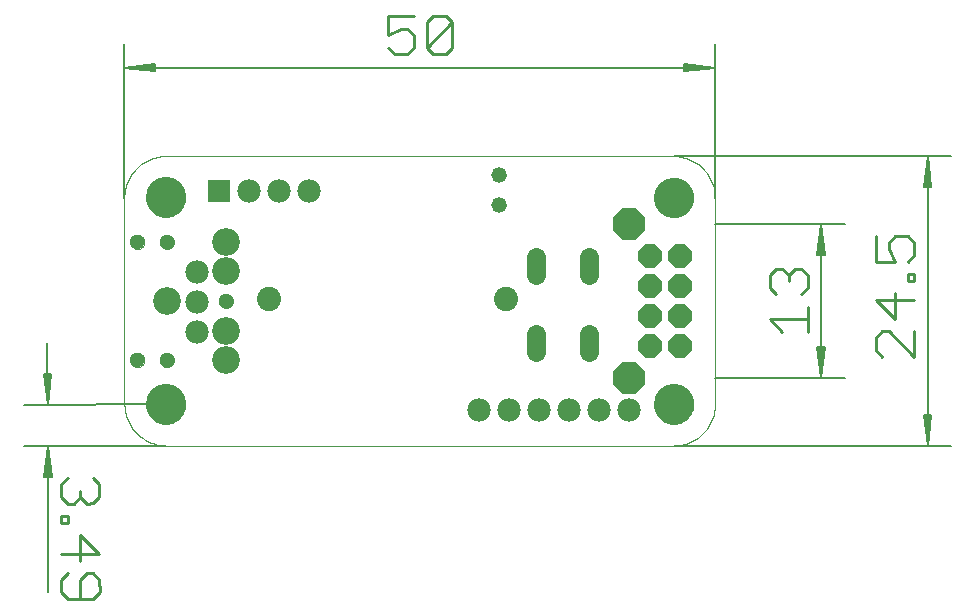
<source format=gbs>
G75*
G70*
%OFA0B0*%
%FSLAX24Y24*%
%IPPOS*%
%LPD*%
%AMOC8*
5,1,8,0,0,1.08239X$1,22.5*
%
%ADD10C,0.0000*%
%ADD11C,0.0051*%
%ADD12C,0.0110*%
%ADD13C,0.0926*%
%ADD14C,0.0512*%
%ADD15OC8,0.0780*%
%ADD16C,0.0808*%
%ADD17C,0.0520*%
%ADD18R,0.0780X0.0780*%
%ADD19C,0.0780*%
%ADD20C,0.0631*%
%ADD21C,0.1340*%
%ADD22OC8,0.1040*%
D10*
X004848Y006033D02*
X004851Y006033D01*
X021780Y006033D01*
X021784Y006033D01*
X021134Y007407D02*
X021136Y007457D01*
X021142Y007507D01*
X021152Y007557D01*
X021165Y007605D01*
X021182Y007653D01*
X021203Y007699D01*
X021227Y007743D01*
X021255Y007785D01*
X021286Y007825D01*
X021320Y007862D01*
X021357Y007897D01*
X021396Y007928D01*
X021437Y007957D01*
X021481Y007982D01*
X021527Y008004D01*
X021574Y008022D01*
X021622Y008036D01*
X021671Y008047D01*
X021721Y008054D01*
X021771Y008057D01*
X021822Y008056D01*
X021872Y008051D01*
X021922Y008042D01*
X021970Y008030D01*
X022018Y008013D01*
X022064Y007993D01*
X022109Y007970D01*
X022152Y007943D01*
X022192Y007913D01*
X022230Y007880D01*
X022265Y007844D01*
X022298Y007805D01*
X022327Y007764D01*
X022353Y007721D01*
X022376Y007676D01*
X022395Y007629D01*
X022410Y007581D01*
X022422Y007532D01*
X022430Y007482D01*
X022434Y007432D01*
X022434Y007382D01*
X022430Y007332D01*
X022422Y007282D01*
X022410Y007233D01*
X022395Y007185D01*
X022376Y007138D01*
X022353Y007093D01*
X022327Y007050D01*
X022298Y007009D01*
X022265Y006970D01*
X022230Y006934D01*
X022192Y006901D01*
X022152Y006871D01*
X022109Y006844D01*
X022064Y006821D01*
X022018Y006801D01*
X021970Y006784D01*
X021922Y006772D01*
X021872Y006763D01*
X021822Y006758D01*
X021771Y006757D01*
X021721Y006760D01*
X021671Y006767D01*
X021622Y006778D01*
X021574Y006792D01*
X021527Y006810D01*
X021481Y006832D01*
X021437Y006857D01*
X021396Y006886D01*
X021357Y006917D01*
X021320Y006952D01*
X021286Y006989D01*
X021255Y007029D01*
X021227Y007071D01*
X021203Y007115D01*
X021182Y007161D01*
X021165Y007209D01*
X021152Y007257D01*
X021142Y007307D01*
X021136Y007357D01*
X021134Y007407D01*
X021780Y006033D02*
X021852Y006035D01*
X021924Y006041D01*
X021996Y006050D01*
X022067Y006063D01*
X022137Y006080D01*
X022206Y006100D01*
X022274Y006125D01*
X022340Y006152D01*
X022406Y006183D01*
X022469Y006218D01*
X022531Y006255D01*
X022590Y006296D01*
X022647Y006340D01*
X022702Y006387D01*
X022754Y006437D01*
X022804Y006489D01*
X022851Y006544D01*
X022895Y006601D01*
X022936Y006660D01*
X022973Y006722D01*
X023008Y006785D01*
X023039Y006851D01*
X023066Y006917D01*
X023091Y006985D01*
X023111Y007054D01*
X023128Y007124D01*
X023141Y007195D01*
X023150Y007267D01*
X023156Y007339D01*
X023158Y007411D01*
X023158Y014300D01*
X023158Y014307D01*
X021130Y014300D02*
X021132Y014350D01*
X021138Y014400D01*
X021148Y014450D01*
X021161Y014498D01*
X021178Y014546D01*
X021199Y014592D01*
X021223Y014636D01*
X021251Y014678D01*
X021282Y014718D01*
X021316Y014755D01*
X021353Y014790D01*
X021392Y014821D01*
X021433Y014850D01*
X021477Y014875D01*
X021523Y014897D01*
X021570Y014915D01*
X021618Y014929D01*
X021667Y014940D01*
X021717Y014947D01*
X021767Y014950D01*
X021818Y014949D01*
X021868Y014944D01*
X021918Y014935D01*
X021966Y014923D01*
X022014Y014906D01*
X022060Y014886D01*
X022105Y014863D01*
X022148Y014836D01*
X022188Y014806D01*
X022226Y014773D01*
X022261Y014737D01*
X022294Y014698D01*
X022323Y014657D01*
X022349Y014614D01*
X022372Y014569D01*
X022391Y014522D01*
X022406Y014474D01*
X022418Y014425D01*
X022426Y014375D01*
X022430Y014325D01*
X022430Y014275D01*
X022426Y014225D01*
X022418Y014175D01*
X022406Y014126D01*
X022391Y014078D01*
X022372Y014031D01*
X022349Y013986D01*
X022323Y013943D01*
X022294Y013902D01*
X022261Y013863D01*
X022226Y013827D01*
X022188Y013794D01*
X022148Y013764D01*
X022105Y013737D01*
X022060Y013714D01*
X022014Y013694D01*
X021966Y013677D01*
X021918Y013665D01*
X021868Y013656D01*
X021818Y013651D01*
X021767Y013650D01*
X021717Y013653D01*
X021667Y013660D01*
X021618Y013671D01*
X021570Y013685D01*
X021523Y013703D01*
X021477Y013725D01*
X021433Y013750D01*
X021392Y013779D01*
X021353Y013810D01*
X021316Y013845D01*
X021282Y013882D01*
X021251Y013922D01*
X021223Y013964D01*
X021199Y014008D01*
X021178Y014054D01*
X021161Y014102D01*
X021148Y014150D01*
X021138Y014200D01*
X021132Y014250D01*
X021130Y014300D01*
X021780Y015678D02*
X021852Y015676D01*
X021924Y015670D01*
X021996Y015661D01*
X022067Y015648D01*
X022137Y015631D01*
X022206Y015611D01*
X022274Y015586D01*
X022340Y015559D01*
X022406Y015528D01*
X022469Y015493D01*
X022531Y015456D01*
X022590Y015415D01*
X022647Y015371D01*
X022702Y015324D01*
X022754Y015274D01*
X022804Y015222D01*
X022851Y015167D01*
X022895Y015110D01*
X022936Y015051D01*
X022973Y014989D01*
X023008Y014926D01*
X023039Y014860D01*
X023066Y014794D01*
X023091Y014726D01*
X023111Y014657D01*
X023128Y014587D01*
X023141Y014516D01*
X023150Y014444D01*
X023156Y014372D01*
X023158Y014300D01*
X021784Y015678D02*
X021780Y015678D01*
X004851Y015678D01*
X004198Y014304D02*
X004200Y014354D01*
X004206Y014404D01*
X004216Y014454D01*
X004229Y014502D01*
X004246Y014550D01*
X004267Y014596D01*
X004291Y014640D01*
X004319Y014682D01*
X004350Y014722D01*
X004384Y014759D01*
X004421Y014794D01*
X004460Y014825D01*
X004501Y014854D01*
X004545Y014879D01*
X004591Y014901D01*
X004638Y014919D01*
X004686Y014933D01*
X004735Y014944D01*
X004785Y014951D01*
X004835Y014954D01*
X004886Y014953D01*
X004936Y014948D01*
X004986Y014939D01*
X005034Y014927D01*
X005082Y014910D01*
X005128Y014890D01*
X005173Y014867D01*
X005216Y014840D01*
X005256Y014810D01*
X005294Y014777D01*
X005329Y014741D01*
X005362Y014702D01*
X005391Y014661D01*
X005417Y014618D01*
X005440Y014573D01*
X005459Y014526D01*
X005474Y014478D01*
X005486Y014429D01*
X005494Y014379D01*
X005498Y014329D01*
X005498Y014279D01*
X005494Y014229D01*
X005486Y014179D01*
X005474Y014130D01*
X005459Y014082D01*
X005440Y014035D01*
X005417Y013990D01*
X005391Y013947D01*
X005362Y013906D01*
X005329Y013867D01*
X005294Y013831D01*
X005256Y013798D01*
X005216Y013768D01*
X005173Y013741D01*
X005128Y013718D01*
X005082Y013698D01*
X005034Y013681D01*
X004986Y013669D01*
X004936Y013660D01*
X004886Y013655D01*
X004835Y013654D01*
X004785Y013657D01*
X004735Y013664D01*
X004686Y013675D01*
X004638Y013689D01*
X004591Y013707D01*
X004545Y013729D01*
X004501Y013754D01*
X004460Y013783D01*
X004421Y013814D01*
X004384Y013849D01*
X004350Y013886D01*
X004319Y013926D01*
X004291Y013968D01*
X004267Y014012D01*
X004246Y014058D01*
X004229Y014106D01*
X004216Y014154D01*
X004206Y014204D01*
X004200Y014254D01*
X004198Y014304D01*
X003473Y014300D02*
X003475Y014372D01*
X003481Y014444D01*
X003490Y014516D01*
X003503Y014587D01*
X003520Y014657D01*
X003540Y014726D01*
X003565Y014794D01*
X003592Y014860D01*
X003623Y014926D01*
X003658Y014989D01*
X003695Y015051D01*
X003736Y015110D01*
X003780Y015167D01*
X003827Y015222D01*
X003877Y015274D01*
X003929Y015324D01*
X003984Y015371D01*
X004041Y015415D01*
X004100Y015456D01*
X004162Y015493D01*
X004225Y015528D01*
X004291Y015559D01*
X004357Y015586D01*
X004425Y015611D01*
X004494Y015631D01*
X004564Y015648D01*
X004635Y015661D01*
X004707Y015670D01*
X004779Y015676D01*
X004851Y015678D01*
X003473Y014304D02*
X003473Y014300D01*
X003473Y007450D01*
X003473Y007407D01*
X004198Y007407D02*
X004200Y007457D01*
X004206Y007507D01*
X004216Y007557D01*
X004229Y007605D01*
X004246Y007653D01*
X004267Y007699D01*
X004291Y007743D01*
X004319Y007785D01*
X004350Y007825D01*
X004384Y007862D01*
X004421Y007897D01*
X004460Y007928D01*
X004501Y007957D01*
X004545Y007982D01*
X004591Y008004D01*
X004638Y008022D01*
X004686Y008036D01*
X004735Y008047D01*
X004785Y008054D01*
X004835Y008057D01*
X004886Y008056D01*
X004936Y008051D01*
X004986Y008042D01*
X005034Y008030D01*
X005082Y008013D01*
X005128Y007993D01*
X005173Y007970D01*
X005216Y007943D01*
X005256Y007913D01*
X005294Y007880D01*
X005329Y007844D01*
X005362Y007805D01*
X005391Y007764D01*
X005417Y007721D01*
X005440Y007676D01*
X005459Y007629D01*
X005474Y007581D01*
X005486Y007532D01*
X005494Y007482D01*
X005498Y007432D01*
X005498Y007382D01*
X005494Y007332D01*
X005486Y007282D01*
X005474Y007233D01*
X005459Y007185D01*
X005440Y007138D01*
X005417Y007093D01*
X005391Y007050D01*
X005362Y007009D01*
X005329Y006970D01*
X005294Y006934D01*
X005256Y006901D01*
X005216Y006871D01*
X005173Y006844D01*
X005128Y006821D01*
X005082Y006801D01*
X005034Y006784D01*
X004986Y006772D01*
X004936Y006763D01*
X004886Y006758D01*
X004835Y006757D01*
X004785Y006760D01*
X004735Y006767D01*
X004686Y006778D01*
X004638Y006792D01*
X004591Y006810D01*
X004545Y006832D01*
X004501Y006857D01*
X004460Y006886D01*
X004421Y006917D01*
X004384Y006952D01*
X004350Y006989D01*
X004319Y007029D01*
X004291Y007071D01*
X004267Y007115D01*
X004246Y007161D01*
X004229Y007209D01*
X004216Y007257D01*
X004206Y007307D01*
X004200Y007357D01*
X004198Y007407D01*
X003473Y007450D02*
X003474Y007377D01*
X003479Y007303D01*
X003487Y007231D01*
X003500Y007159D01*
X003516Y007087D01*
X003535Y007017D01*
X003559Y006947D01*
X003586Y006879D01*
X003617Y006813D01*
X003651Y006748D01*
X003688Y006685D01*
X003729Y006624D01*
X003772Y006566D01*
X003819Y006509D01*
X003869Y006455D01*
X003921Y006404D01*
X003976Y006356D01*
X004033Y006311D01*
X004093Y006268D01*
X004155Y006229D01*
X004219Y006193D01*
X004284Y006161D01*
X004352Y006132D01*
X004420Y006107D01*
X004490Y006085D01*
X004561Y006067D01*
X004633Y006052D01*
X004705Y006042D01*
X004778Y006035D01*
X004851Y006032D01*
X004655Y008883D02*
X004657Y008913D01*
X004663Y008943D01*
X004672Y008972D01*
X004685Y008999D01*
X004702Y009024D01*
X004721Y009047D01*
X004744Y009068D01*
X004769Y009085D01*
X004795Y009099D01*
X004824Y009109D01*
X004853Y009116D01*
X004883Y009119D01*
X004914Y009118D01*
X004944Y009113D01*
X004973Y009104D01*
X005000Y009092D01*
X005026Y009077D01*
X005050Y009058D01*
X005071Y009036D01*
X005089Y009012D01*
X005104Y008985D01*
X005115Y008957D01*
X005123Y008928D01*
X005127Y008898D01*
X005127Y008868D01*
X005123Y008838D01*
X005115Y008809D01*
X005104Y008781D01*
X005089Y008754D01*
X005071Y008730D01*
X005050Y008708D01*
X005026Y008689D01*
X005000Y008674D01*
X004973Y008662D01*
X004944Y008653D01*
X004914Y008648D01*
X004883Y008647D01*
X004853Y008650D01*
X004824Y008657D01*
X004795Y008667D01*
X004769Y008681D01*
X004744Y008698D01*
X004721Y008719D01*
X004702Y008742D01*
X004685Y008767D01*
X004672Y008794D01*
X004663Y008823D01*
X004657Y008853D01*
X004655Y008883D01*
X003670Y008883D02*
X003672Y008913D01*
X003678Y008943D01*
X003687Y008972D01*
X003700Y008999D01*
X003717Y009024D01*
X003736Y009047D01*
X003759Y009068D01*
X003784Y009085D01*
X003810Y009099D01*
X003839Y009109D01*
X003868Y009116D01*
X003898Y009119D01*
X003929Y009118D01*
X003959Y009113D01*
X003988Y009104D01*
X004015Y009092D01*
X004041Y009077D01*
X004065Y009058D01*
X004086Y009036D01*
X004104Y009012D01*
X004119Y008985D01*
X004130Y008957D01*
X004138Y008928D01*
X004142Y008898D01*
X004142Y008868D01*
X004138Y008838D01*
X004130Y008809D01*
X004119Y008781D01*
X004104Y008754D01*
X004086Y008730D01*
X004065Y008708D01*
X004041Y008689D01*
X004015Y008674D01*
X003988Y008662D01*
X003959Y008653D01*
X003929Y008648D01*
X003898Y008647D01*
X003868Y008650D01*
X003839Y008657D01*
X003810Y008667D01*
X003784Y008681D01*
X003759Y008698D01*
X003736Y008719D01*
X003717Y008742D01*
X003700Y008767D01*
X003687Y008794D01*
X003678Y008823D01*
X003672Y008853D01*
X003670Y008883D01*
X006623Y010852D02*
X006625Y010882D01*
X006631Y010912D01*
X006640Y010941D01*
X006653Y010968D01*
X006670Y010993D01*
X006689Y011016D01*
X006712Y011037D01*
X006737Y011054D01*
X006763Y011068D01*
X006792Y011078D01*
X006821Y011085D01*
X006851Y011088D01*
X006882Y011087D01*
X006912Y011082D01*
X006941Y011073D01*
X006968Y011061D01*
X006994Y011046D01*
X007018Y011027D01*
X007039Y011005D01*
X007057Y010981D01*
X007072Y010954D01*
X007083Y010926D01*
X007091Y010897D01*
X007095Y010867D01*
X007095Y010837D01*
X007091Y010807D01*
X007083Y010778D01*
X007072Y010750D01*
X007057Y010723D01*
X007039Y010699D01*
X007018Y010677D01*
X006994Y010658D01*
X006968Y010643D01*
X006941Y010631D01*
X006912Y010622D01*
X006882Y010617D01*
X006851Y010616D01*
X006821Y010619D01*
X006792Y010626D01*
X006763Y010636D01*
X006737Y010650D01*
X006712Y010667D01*
X006689Y010688D01*
X006670Y010711D01*
X006653Y010736D01*
X006640Y010763D01*
X006631Y010792D01*
X006625Y010822D01*
X006623Y010852D01*
X004655Y012820D02*
X004657Y012850D01*
X004663Y012880D01*
X004672Y012909D01*
X004685Y012936D01*
X004702Y012961D01*
X004721Y012984D01*
X004744Y013005D01*
X004769Y013022D01*
X004795Y013036D01*
X004824Y013046D01*
X004853Y013053D01*
X004883Y013056D01*
X004914Y013055D01*
X004944Y013050D01*
X004973Y013041D01*
X005000Y013029D01*
X005026Y013014D01*
X005050Y012995D01*
X005071Y012973D01*
X005089Y012949D01*
X005104Y012922D01*
X005115Y012894D01*
X005123Y012865D01*
X005127Y012835D01*
X005127Y012805D01*
X005123Y012775D01*
X005115Y012746D01*
X005104Y012718D01*
X005089Y012691D01*
X005071Y012667D01*
X005050Y012645D01*
X005026Y012626D01*
X005000Y012611D01*
X004973Y012599D01*
X004944Y012590D01*
X004914Y012585D01*
X004883Y012584D01*
X004853Y012587D01*
X004824Y012594D01*
X004795Y012604D01*
X004769Y012618D01*
X004744Y012635D01*
X004721Y012656D01*
X004702Y012679D01*
X004685Y012704D01*
X004672Y012731D01*
X004663Y012760D01*
X004657Y012790D01*
X004655Y012820D01*
X003670Y012820D02*
X003672Y012850D01*
X003678Y012880D01*
X003687Y012909D01*
X003700Y012936D01*
X003717Y012961D01*
X003736Y012984D01*
X003759Y013005D01*
X003784Y013022D01*
X003810Y013036D01*
X003839Y013046D01*
X003868Y013053D01*
X003898Y013056D01*
X003929Y013055D01*
X003959Y013050D01*
X003988Y013041D01*
X004015Y013029D01*
X004041Y013014D01*
X004065Y012995D01*
X004086Y012973D01*
X004104Y012949D01*
X004119Y012922D01*
X004130Y012894D01*
X004138Y012865D01*
X004142Y012835D01*
X004142Y012805D01*
X004138Y012775D01*
X004130Y012746D01*
X004119Y012718D01*
X004104Y012691D01*
X004086Y012667D01*
X004065Y012645D01*
X004041Y012626D01*
X004015Y012611D01*
X003988Y012599D01*
X003959Y012590D01*
X003929Y012585D01*
X003898Y012584D01*
X003868Y012587D01*
X003839Y012594D01*
X003810Y012604D01*
X003784Y012618D01*
X003759Y012635D01*
X003736Y012656D01*
X003717Y012679D01*
X003700Y012704D01*
X003687Y012731D01*
X003678Y012760D01*
X003672Y012790D01*
X003670Y012820D01*
D11*
X000916Y006024D02*
X000927Y001163D01*
X000867Y005000D02*
X000916Y006024D01*
X000816Y005000D01*
X000793Y005000D02*
X000916Y006024D01*
X001021Y005000D01*
X001044Y005000D02*
X000793Y005000D01*
X000970Y005000D02*
X000916Y006024D01*
X001044Y005000D01*
X000129Y006022D02*
X004851Y006033D01*
X004848Y007407D02*
X000126Y007397D01*
X000913Y007398D02*
X000808Y008422D01*
X000785Y008422D02*
X000913Y007398D01*
X001013Y008422D01*
X001036Y008422D02*
X000785Y008422D01*
X000859Y008422D02*
X000913Y007398D01*
X000962Y008422D01*
X001036Y008422D02*
X000913Y007398D01*
X000908Y009446D01*
X003473Y014300D02*
X003473Y019418D01*
X003473Y018631D02*
X004497Y018733D01*
X004497Y018757D02*
X004497Y018505D01*
X003473Y018631D01*
X004497Y018529D01*
X004497Y018580D02*
X003473Y018631D01*
X004497Y018682D01*
X004497Y018757D02*
X003473Y018631D01*
X023158Y018631D01*
X022135Y018529D01*
X022135Y018505D02*
X023158Y018631D01*
X022135Y018733D01*
X022135Y018757D02*
X022135Y018505D01*
X022135Y018580D02*
X023158Y018631D01*
X022135Y018682D01*
X022135Y018757D02*
X023158Y018631D01*
X023158Y019418D02*
X023158Y014300D01*
X023158Y013415D02*
X027489Y013415D01*
X026702Y013415D02*
X026804Y012391D01*
X026827Y012391D02*
X026702Y013415D01*
X026599Y012391D01*
X026576Y012391D02*
X026827Y012391D01*
X026753Y012391D02*
X026702Y013415D01*
X026651Y012391D01*
X026576Y012391D02*
X026702Y013415D01*
X026702Y008296D01*
X026804Y009320D01*
X026827Y009320D02*
X026702Y008296D01*
X026599Y009320D01*
X026576Y009320D02*
X026827Y009320D01*
X026753Y009320D02*
X026702Y008296D01*
X026651Y009320D01*
X026576Y009320D02*
X026702Y008296D01*
X027489Y008296D02*
X023158Y008296D01*
X021780Y006033D02*
X031032Y006033D01*
X030245Y006033D02*
X030347Y007056D01*
X030371Y007056D02*
X030245Y006033D01*
X030143Y007056D01*
X030119Y007056D02*
X030371Y007056D01*
X030296Y007056D02*
X030245Y006033D01*
X030194Y007056D01*
X030119Y007056D02*
X030245Y006033D01*
X030245Y015678D01*
X030347Y014655D01*
X030371Y014655D02*
X030245Y015678D01*
X030143Y014655D01*
X030119Y014655D02*
X030371Y014655D01*
X030296Y014655D02*
X030245Y015678D01*
X030194Y014655D01*
X030119Y014655D02*
X030245Y015678D01*
X031032Y015678D02*
X021780Y015678D01*
D12*
X025195Y011929D02*
X025407Y011929D01*
X025618Y011717D01*
X025830Y011929D01*
X026042Y011929D01*
X026253Y011717D01*
X026253Y011294D01*
X026042Y011083D01*
X026253Y010660D02*
X026253Y009814D01*
X026253Y010237D02*
X024984Y010237D01*
X025407Y009814D01*
X025195Y011083D02*
X024984Y011294D01*
X024984Y011717D01*
X025195Y011929D01*
X025618Y011717D02*
X025618Y011506D01*
X028527Y010895D02*
X029162Y010261D01*
X029162Y011107D01*
X029796Y010895D02*
X028527Y010895D01*
X029585Y011529D02*
X029585Y011741D01*
X029796Y011741D01*
X029796Y011529D01*
X029585Y011529D01*
X029585Y012164D02*
X029796Y012375D01*
X029796Y012798D01*
X029585Y013010D01*
X029162Y013010D01*
X028950Y012798D01*
X028950Y012587D01*
X029162Y012164D01*
X028527Y012164D01*
X028527Y013010D01*
X028739Y009838D02*
X028527Y009626D01*
X028527Y009203D01*
X028739Y008992D01*
X028950Y009838D02*
X029796Y008992D01*
X029796Y009838D01*
X028950Y009838D02*
X028739Y009838D01*
X014389Y019291D02*
X014178Y019080D01*
X013755Y019080D01*
X013543Y019291D01*
X014389Y020137D01*
X014389Y019291D01*
X013543Y019291D02*
X013543Y020137D01*
X013755Y020349D01*
X014178Y020349D01*
X014389Y020137D01*
X013121Y020349D02*
X012274Y020349D01*
X012274Y019714D01*
X012697Y019926D01*
X012909Y019926D01*
X013121Y019714D01*
X013121Y019291D01*
X012909Y019080D01*
X012486Y019080D01*
X012274Y019291D01*
X002425Y004948D02*
X002637Y004737D01*
X002637Y004314D01*
X002426Y004102D01*
X002215Y004101D01*
X002003Y004313D01*
X001792Y004101D01*
X001580Y004100D01*
X001368Y004311D01*
X001368Y004735D01*
X001579Y004946D01*
X002003Y004524D02*
X002003Y004313D01*
X001581Y003678D02*
X001369Y003677D01*
X001370Y003466D01*
X001581Y003466D01*
X001581Y003678D01*
X002005Y003044D02*
X002007Y002198D01*
X002219Y001775D02*
X002008Y001564D01*
X002009Y000929D01*
X001586Y000928D02*
X002432Y000930D01*
X002643Y001142D01*
X002642Y001565D01*
X002430Y001776D01*
X002219Y001775D01*
X001584Y001774D02*
X001373Y001563D01*
X001374Y001139D01*
X001586Y000928D01*
X001372Y002408D02*
X002641Y002411D01*
X002005Y003044D01*
D13*
X006859Y008883D03*
X006859Y009867D03*
X004891Y010852D03*
X006859Y011836D03*
X006859Y012820D03*
D14*
X004891Y012820D03*
X003906Y012820D03*
X006859Y010852D03*
X004891Y008883D03*
X003906Y008883D03*
D15*
X020981Y009349D03*
X021981Y009349D03*
X021981Y010349D03*
X020981Y010349D03*
X020981Y011349D03*
X021981Y011349D03*
X021981Y012349D03*
X020981Y012349D03*
D16*
X016183Y010929D03*
X008309Y010929D03*
D17*
X015952Y014061D03*
X015952Y015061D03*
D18*
X006615Y014512D03*
D19*
X007615Y014512D03*
X008615Y014512D03*
X009615Y014512D03*
X005893Y011823D03*
X005893Y010823D03*
X005893Y009823D03*
X015299Y007209D03*
X016299Y007209D03*
X017299Y007209D03*
X018299Y007209D03*
X019299Y007209D03*
X020299Y007209D03*
D20*
X018959Y009158D02*
X018959Y009748D01*
X017188Y009748D02*
X017188Y009158D01*
X017188Y011717D02*
X017188Y012307D01*
X018959Y012307D02*
X018959Y011717D01*
D21*
X021780Y014300D03*
X021784Y007407D03*
X004848Y007407D03*
X004848Y014304D03*
D22*
X020304Y013415D03*
X020304Y008296D03*
M02*

</source>
